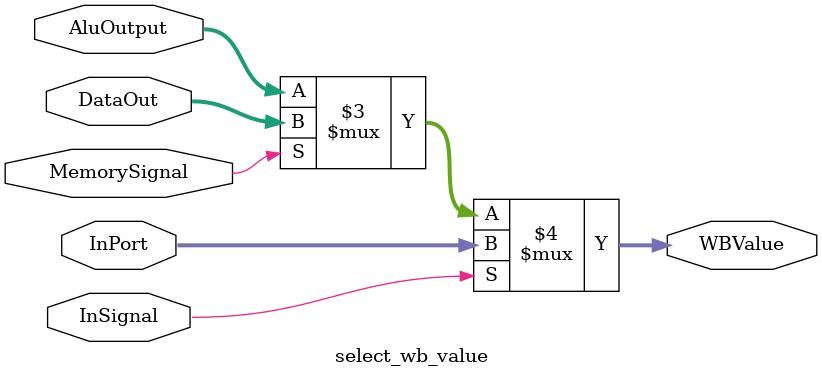
<source format=v>
module select_wb_value(DataOut, AluOutput, MemorySignal, InPort, InSignal, WBValue);
input [15:0]    DataOut, AluOutput, InPort;
input MemorySignal, InSignal;
output [15:0]   WBValue;

assign WBValue = (InSignal == 1'b1) ? InPort :
                 (MemorySignal == 1'b1) ? DataOut : AluOutput;

endmodule
</source>
